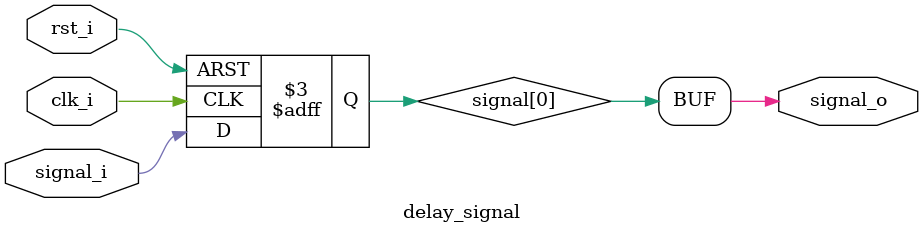
<source format=sv>
module delay_signal #(
  DATA_WIDTH = 1,
  CLOCK_CNT = 1
)
(
  input                        clk_i,
  input                        rst_i,
  
  input        [DATA_WIDTH-1:0] signal_i,
  output logic [DATA_WIDTH-1:0] signal_o
);
logic [DATA_WIDTH-1:0] signal [CLOCK_CNT-1:0];

genvar g;
generate

  for( genvar g = 0; g < CLOCK_CNT; g++ )
     begin : gen_delay
       always_ff @( posedge clk_i or posedge rst_i )
          begin 
            if( rst_i )
              signal[g] <= '0;
            else

              if( g == 0 )
                begin
                  signal[g] <= signal_i;
                end
              else
                begin
                 signal[g] <= signal[g-1];
                end

          end
     end

endgenerate

assign signal_o = signal[CLOCK_CNT-1];
endmodule

</source>
